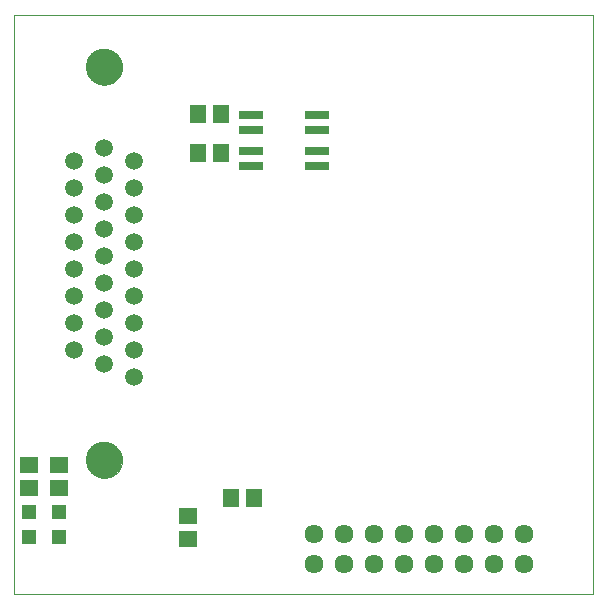
<source format=gbs>
G75*
%MOIN*%
%OFA0B0*%
%FSLAX24Y24*%
%IPPOS*%
%LPD*%
%AMOC8*
5,1,8,0,0,1.08239X$1,22.5*
%
%ADD10C,0.0000*%
%ADD11C,0.0594*%
%ADD12C,0.1221*%
%ADD13C,0.0634*%
%ADD14R,0.0631X0.0552*%
%ADD15R,0.0512X0.0512*%
%ADD16R,0.0552X0.0631*%
%ADD17R,0.0790X0.0290*%
D10*
X004062Y003000D02*
X004062Y022292D01*
X023353Y022292D01*
X023353Y003000D01*
X004062Y003000D01*
X006471Y007445D02*
X006473Y007493D01*
X006479Y007541D01*
X006489Y007588D01*
X006502Y007634D01*
X006520Y007679D01*
X006540Y007723D01*
X006565Y007765D01*
X006593Y007804D01*
X006623Y007841D01*
X006657Y007875D01*
X006694Y007907D01*
X006732Y007936D01*
X006773Y007961D01*
X006816Y007983D01*
X006861Y008001D01*
X006907Y008015D01*
X006954Y008026D01*
X007002Y008033D01*
X007050Y008036D01*
X007098Y008035D01*
X007146Y008030D01*
X007194Y008021D01*
X007240Y008009D01*
X007285Y007992D01*
X007329Y007972D01*
X007371Y007949D01*
X007411Y007922D01*
X007449Y007892D01*
X007484Y007859D01*
X007516Y007823D01*
X007546Y007785D01*
X007572Y007744D01*
X007594Y007701D01*
X007614Y007657D01*
X007629Y007612D01*
X007641Y007565D01*
X007649Y007517D01*
X007653Y007469D01*
X007653Y007421D01*
X007649Y007373D01*
X007641Y007325D01*
X007629Y007278D01*
X007614Y007233D01*
X007594Y007189D01*
X007572Y007146D01*
X007546Y007105D01*
X007516Y007067D01*
X007484Y007031D01*
X007449Y006998D01*
X007411Y006968D01*
X007371Y006941D01*
X007329Y006918D01*
X007285Y006898D01*
X007240Y006881D01*
X007194Y006869D01*
X007146Y006860D01*
X007098Y006855D01*
X007050Y006854D01*
X007002Y006857D01*
X006954Y006864D01*
X006907Y006875D01*
X006861Y006889D01*
X006816Y006907D01*
X006773Y006929D01*
X006732Y006954D01*
X006694Y006983D01*
X006657Y007015D01*
X006623Y007049D01*
X006593Y007086D01*
X006565Y007125D01*
X006540Y007167D01*
X006520Y007211D01*
X006502Y007256D01*
X006489Y007302D01*
X006479Y007349D01*
X006473Y007397D01*
X006471Y007445D01*
X006471Y020555D02*
X006473Y020603D01*
X006479Y020651D01*
X006489Y020698D01*
X006502Y020744D01*
X006520Y020789D01*
X006540Y020833D01*
X006565Y020875D01*
X006593Y020914D01*
X006623Y020951D01*
X006657Y020985D01*
X006694Y021017D01*
X006732Y021046D01*
X006773Y021071D01*
X006816Y021093D01*
X006861Y021111D01*
X006907Y021125D01*
X006954Y021136D01*
X007002Y021143D01*
X007050Y021146D01*
X007098Y021145D01*
X007146Y021140D01*
X007194Y021131D01*
X007240Y021119D01*
X007285Y021102D01*
X007329Y021082D01*
X007371Y021059D01*
X007411Y021032D01*
X007449Y021002D01*
X007484Y020969D01*
X007516Y020933D01*
X007546Y020895D01*
X007572Y020854D01*
X007594Y020811D01*
X007614Y020767D01*
X007629Y020722D01*
X007641Y020675D01*
X007649Y020627D01*
X007653Y020579D01*
X007653Y020531D01*
X007649Y020483D01*
X007641Y020435D01*
X007629Y020388D01*
X007614Y020343D01*
X007594Y020299D01*
X007572Y020256D01*
X007546Y020215D01*
X007516Y020177D01*
X007484Y020141D01*
X007449Y020108D01*
X007411Y020078D01*
X007371Y020051D01*
X007329Y020028D01*
X007285Y020008D01*
X007240Y019991D01*
X007194Y019979D01*
X007146Y019970D01*
X007098Y019965D01*
X007050Y019964D01*
X007002Y019967D01*
X006954Y019974D01*
X006907Y019985D01*
X006861Y019999D01*
X006816Y020017D01*
X006773Y020039D01*
X006732Y020064D01*
X006694Y020093D01*
X006657Y020125D01*
X006623Y020159D01*
X006593Y020196D01*
X006565Y020235D01*
X006540Y020277D01*
X006520Y020321D01*
X006502Y020366D01*
X006489Y020412D01*
X006479Y020459D01*
X006473Y020507D01*
X006471Y020555D01*
D11*
X007062Y017851D03*
X007062Y016951D03*
X007062Y016051D03*
X007062Y015151D03*
X007062Y014251D03*
X007062Y013351D03*
X007062Y012451D03*
X007062Y011551D03*
X007062Y010651D03*
X008062Y010201D03*
X008062Y011101D03*
X008062Y012001D03*
X008062Y012901D03*
X008062Y013801D03*
X008062Y014701D03*
X008062Y015601D03*
X008062Y016501D03*
X008062Y017401D03*
X006062Y017401D03*
X006062Y016501D03*
X006062Y015601D03*
X006062Y014701D03*
X006062Y013801D03*
X006062Y012901D03*
X006062Y012001D03*
X006062Y011101D03*
D12*
X007062Y007445D03*
X007062Y020555D03*
D13*
X014062Y005000D03*
X014062Y004000D03*
X015062Y004000D03*
X016062Y004000D03*
X017062Y004000D03*
X018062Y004000D03*
X019062Y004000D03*
X020062Y004000D03*
X021062Y004000D03*
X021062Y005000D03*
X020062Y005000D03*
X019062Y005000D03*
X018062Y005000D03*
X017062Y005000D03*
X016062Y005000D03*
X015062Y005000D03*
D14*
X009862Y004826D03*
X009862Y005574D03*
X005562Y006526D03*
X005562Y007274D03*
X004562Y007274D03*
X004562Y006526D03*
D15*
X004562Y005714D03*
X004562Y004887D03*
X005562Y004887D03*
X005562Y005714D03*
D16*
X011288Y006200D03*
X012036Y006200D03*
X010936Y017700D03*
X010188Y017700D03*
X010188Y019000D03*
X010936Y019000D03*
D17*
X011962Y018950D03*
X011962Y018450D03*
X011962Y017750D03*
X011962Y017250D03*
X014162Y017250D03*
X014162Y017750D03*
X014162Y018450D03*
X014162Y018950D03*
M02*

</source>
